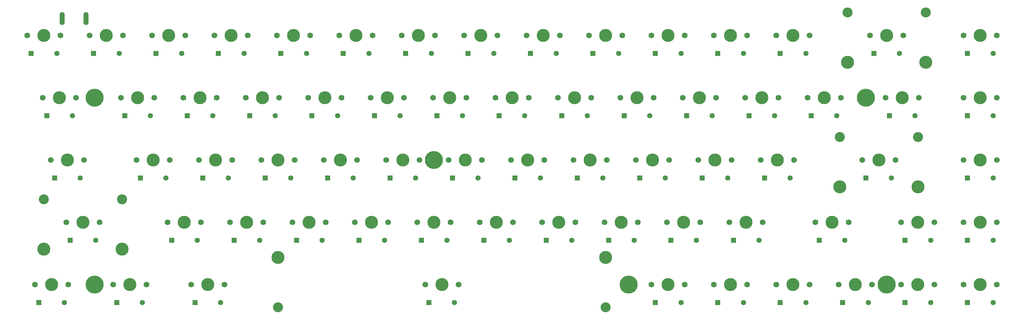
<source format=gts>
G04 #@! TF.GenerationSoftware,KiCad,Pcbnew,(5.1.9-1-g591a07d2d9)-1*
G04 #@! TF.CreationDate,2021-07-12T22:14:49-06:00*
G04 #@! TF.ProjectId,keyboard-layout,6b657962-6f61-4726-942d-6c61796f7574,rev?*
G04 #@! TF.SameCoordinates,Original*
G04 #@! TF.FileFunction,Soldermask,Top*
G04 #@! TF.FilePolarity,Negative*
%FSLAX46Y46*%
G04 Gerber Fmt 4.6, Leading zero omitted, Abs format (unit mm)*
G04 Created by KiCad (PCBNEW (5.1.9-1-g591a07d2d9)-1) date 2021-07-12 22:14:49*
%MOMM*%
%LPD*%
G01*
G04 APERTURE LIST*
%ADD10C,1.750000*%
%ADD11C,3.987800*%
%ADD12C,3.048000*%
%ADD13C,1.600000*%
%ADD14R,1.600000X1.600000*%
%ADD15O,1.500000X4.000000*%
%ADD16C,5.500000*%
G04 APERTURE END LIST*
D10*
X158430000Y-48575000D03*
X148270000Y-48575000D03*
D11*
X153350000Y-48575000D03*
X200969488Y-97470000D03*
X100969688Y-97470000D03*
D12*
X200969488Y-112710000D03*
X100969688Y-112710000D03*
D10*
X156049588Y-105725000D03*
X145889588Y-105725000D03*
D11*
X150969588Y-105725000D03*
D10*
X84611250Y-105725000D03*
X74451250Y-105725000D03*
D11*
X79531250Y-105725000D03*
X53369250Y-94930000D03*
X29493250Y-94930000D03*
D12*
X53369250Y-79690000D03*
X29493250Y-79690000D03*
D10*
X46511250Y-86675000D03*
X36351250Y-86675000D03*
D11*
X41431250Y-86675000D03*
D10*
X272730000Y-48575000D03*
X262570000Y-48575000D03*
D11*
X267650000Y-48575000D03*
D10*
X96517500Y-86675000D03*
X86357500Y-86675000D03*
D11*
X91437500Y-86675000D03*
D10*
X63180000Y-48575000D03*
X53020000Y-48575000D03*
D11*
X58100000Y-48575000D03*
D10*
X34605000Y-29525000D03*
X24445000Y-29525000D03*
D11*
X29525000Y-29525000D03*
D10*
X296542500Y-48575000D03*
X286382500Y-48575000D03*
D11*
X291462500Y-48575000D03*
D10*
X115567500Y-86675000D03*
X105407500Y-86675000D03*
D11*
X110487500Y-86675000D03*
D13*
X83450000Y-111250000D03*
D14*
X75650000Y-111250000D03*
D10*
X82230000Y-48575000D03*
X72070000Y-48575000D03*
D11*
X77150000Y-48575000D03*
D10*
X225105000Y-29525000D03*
X214945000Y-29525000D03*
D11*
X220025000Y-29525000D03*
D10*
X196530000Y-48575000D03*
X186370000Y-48575000D03*
D11*
X191450000Y-48575000D03*
D10*
X39367500Y-48575000D03*
X29207500Y-48575000D03*
D11*
X34287500Y-48575000D03*
D10*
X77467500Y-86675000D03*
X67307500Y-86675000D03*
D11*
X72387500Y-86675000D03*
D10*
X60798750Y-105725000D03*
X50638750Y-105725000D03*
D11*
X55718750Y-105725000D03*
D10*
X134617500Y-86675000D03*
X124457500Y-86675000D03*
D11*
X129537500Y-86675000D03*
D10*
X301305000Y-86675000D03*
X291145000Y-86675000D03*
D11*
X296225000Y-86675000D03*
D10*
X177480000Y-48575000D03*
X167320000Y-48575000D03*
D11*
X172400000Y-48575000D03*
D10*
X139380000Y-48575000D03*
X129220000Y-48575000D03*
D11*
X134300000Y-48575000D03*
D10*
X248917500Y-86675000D03*
X238757500Y-86675000D03*
D11*
X243837500Y-86675000D03*
D10*
X275111250Y-86675000D03*
X264951250Y-86675000D03*
D11*
X270031250Y-86675000D03*
D10*
X239392500Y-67625000D03*
X229232500Y-67625000D03*
D11*
X234312500Y-67625000D03*
D10*
X86992500Y-67625000D03*
X76832500Y-67625000D03*
D11*
X81912500Y-67625000D03*
D10*
X320355000Y-105725000D03*
X310195000Y-105725000D03*
D11*
X315275000Y-105725000D03*
D10*
X120330000Y-48575000D03*
X110170000Y-48575000D03*
D11*
X115250000Y-48575000D03*
D10*
X258442500Y-67625000D03*
X248282500Y-67625000D03*
D11*
X253362500Y-67625000D03*
D10*
X320355000Y-67625000D03*
X310195000Y-67625000D03*
D11*
X315275000Y-67625000D03*
D10*
X320355000Y-86675000D03*
X310195000Y-86675000D03*
D11*
X315275000Y-86675000D03*
D10*
X234630000Y-48575000D03*
X224470000Y-48575000D03*
D11*
X229550000Y-48575000D03*
D10*
X215580000Y-48575000D03*
X205420000Y-48575000D03*
D11*
X210500000Y-48575000D03*
D10*
X172717500Y-86675000D03*
X162557500Y-86675000D03*
D11*
X167637500Y-86675000D03*
D10*
X244155000Y-29525000D03*
X233995000Y-29525000D03*
D11*
X239075000Y-29525000D03*
D10*
X191767500Y-86675000D03*
X181607500Y-86675000D03*
D11*
X186687500Y-86675000D03*
D10*
X282255000Y-105725000D03*
X272095000Y-105725000D03*
D11*
X277175000Y-105725000D03*
D10*
X220342500Y-67625000D03*
X210182500Y-67625000D03*
D11*
X215262500Y-67625000D03*
D10*
X201292500Y-67625000D03*
X191132500Y-67625000D03*
D11*
X196212500Y-67625000D03*
D10*
X182242500Y-67625000D03*
X172082500Y-67625000D03*
D11*
X177162500Y-67625000D03*
D10*
X163192500Y-67625000D03*
X153032500Y-67625000D03*
D11*
X158112500Y-67625000D03*
D10*
X144142500Y-67625000D03*
X133982500Y-67625000D03*
D11*
X139062500Y-67625000D03*
D10*
X244155000Y-105725000D03*
X233995000Y-105725000D03*
D11*
X239075000Y-105725000D03*
D10*
X125092500Y-67625000D03*
X114932500Y-67625000D03*
D11*
X120012500Y-67625000D03*
D10*
X263205000Y-29525000D03*
X253045000Y-29525000D03*
D11*
X258125000Y-29525000D03*
X296256750Y-75880000D03*
X272380750Y-75880000D03*
D12*
X296256750Y-60640000D03*
X272380750Y-60640000D03*
D10*
X289398750Y-67625000D03*
X279238750Y-67625000D03*
D11*
X284318750Y-67625000D03*
D10*
X101280000Y-48575000D03*
X91120000Y-48575000D03*
D11*
X96200000Y-48575000D03*
D10*
X301305000Y-105725000D03*
X291145000Y-105725000D03*
D11*
X296225000Y-105725000D03*
D10*
X229867500Y-86675000D03*
X219707500Y-86675000D03*
D11*
X224787500Y-86675000D03*
D10*
X320355000Y-48575000D03*
X310195000Y-48575000D03*
D11*
X315275000Y-48575000D03*
D10*
X106042500Y-67625000D03*
X95882500Y-67625000D03*
D11*
X100962500Y-67625000D03*
D10*
X36986250Y-105725000D03*
X26826250Y-105725000D03*
D11*
X31906250Y-105725000D03*
D10*
X263205000Y-105725000D03*
X253045000Y-105725000D03*
D11*
X258125000Y-105725000D03*
D10*
X210817500Y-86675000D03*
X200657500Y-86675000D03*
D11*
X205737500Y-86675000D03*
D10*
X41748750Y-67625000D03*
X31588750Y-67625000D03*
D11*
X36668750Y-67625000D03*
X298638000Y-37780000D03*
X274762000Y-37780000D03*
D12*
X298638000Y-22540000D03*
X274762000Y-22540000D03*
D10*
X291780000Y-29525000D03*
X281620000Y-29525000D03*
D11*
X286700000Y-29525000D03*
D10*
X153667500Y-86675000D03*
X143507500Y-86675000D03*
D11*
X148587500Y-86675000D03*
D10*
X225105000Y-105725000D03*
X214945000Y-105725000D03*
D11*
X220025000Y-105725000D03*
D10*
X67942500Y-67625000D03*
X57782500Y-67625000D03*
D11*
X62862500Y-67625000D03*
D10*
X320355000Y-29525000D03*
X310195000Y-29525000D03*
D11*
X315275000Y-29525000D03*
D10*
X253680000Y-48575000D03*
X243520000Y-48575000D03*
D11*
X248600000Y-48575000D03*
D10*
X206055000Y-29525000D03*
X195895000Y-29525000D03*
D11*
X200975000Y-29525000D03*
D10*
X187005000Y-29525000D03*
X176845000Y-29525000D03*
D11*
X181925000Y-29525000D03*
D10*
X167955000Y-29525000D03*
X157795000Y-29525000D03*
D11*
X162875000Y-29525000D03*
D10*
X148905000Y-29525000D03*
X138745000Y-29525000D03*
D11*
X143825000Y-29525000D03*
D10*
X129855000Y-29525000D03*
X119695000Y-29525000D03*
D11*
X124775000Y-29525000D03*
D10*
X110805000Y-29525000D03*
X100645000Y-29525000D03*
D11*
X105725000Y-29525000D03*
X86675000Y-29525000D03*
D10*
X81595000Y-29525000D03*
X91755000Y-29525000D03*
X72705000Y-29525000D03*
X62545000Y-29525000D03*
D11*
X67625000Y-29525000D03*
D10*
X53655000Y-29525000D03*
X43495000Y-29525000D03*
D11*
X48575000Y-29525000D03*
D13*
X76300000Y-92200000D03*
D14*
X68500000Y-92200000D03*
D13*
X157250000Y-54100000D03*
D14*
X149450000Y-54100000D03*
D13*
X95350000Y-92200000D03*
D14*
X87550000Y-92200000D03*
D13*
X59600000Y-111250000D03*
D14*
X51800000Y-111250000D03*
D13*
X81050000Y-54100000D03*
D14*
X73250000Y-54100000D03*
D13*
X133450000Y-92200000D03*
D14*
X125650000Y-92200000D03*
D13*
X300150000Y-92200000D03*
D14*
X292350000Y-92200000D03*
D13*
X176250000Y-54100000D03*
D14*
X168450000Y-54100000D03*
D13*
X38200000Y-54100000D03*
D14*
X30400000Y-54100000D03*
D13*
X138225000Y-54100000D03*
D14*
X130425000Y-54100000D03*
D13*
X247750000Y-92200000D03*
D14*
X239950000Y-92200000D03*
D13*
X45350000Y-92200000D03*
D14*
X37550000Y-92200000D03*
D13*
X273950000Y-92200000D03*
D14*
X266150000Y-92200000D03*
D13*
X238200000Y-73150000D03*
D14*
X230400000Y-73150000D03*
D13*
X85800000Y-73150000D03*
D14*
X78000000Y-73150000D03*
D13*
X319200000Y-111250000D03*
D14*
X311400000Y-111250000D03*
D13*
X119125000Y-54100000D03*
D14*
X111325000Y-54100000D03*
D13*
X257250000Y-73150000D03*
D14*
X249450000Y-73150000D03*
D13*
X62000000Y-54100000D03*
D14*
X54200000Y-54100000D03*
D13*
X319200000Y-73150000D03*
D14*
X311400000Y-73150000D03*
D13*
X319200000Y-92200000D03*
D14*
X311400000Y-92200000D03*
D13*
X233450000Y-54100000D03*
D14*
X225650000Y-54100000D03*
D13*
X214400000Y-54100000D03*
D14*
X206600000Y-54100000D03*
D13*
X171550000Y-92200000D03*
D14*
X163750000Y-92200000D03*
D13*
X243000000Y-35050000D03*
D14*
X235200000Y-35050000D03*
D13*
X190600000Y-92200000D03*
D14*
X182800000Y-92200000D03*
D13*
X281100000Y-111250000D03*
D14*
X273300000Y-111250000D03*
D13*
X219150000Y-73150000D03*
D14*
X211350000Y-73150000D03*
D13*
X200100000Y-73150000D03*
D14*
X192300000Y-73150000D03*
D13*
X181050000Y-73150000D03*
D14*
X173250000Y-73150000D03*
D13*
X195350000Y-54100000D03*
D14*
X187550000Y-54100000D03*
D13*
X162000000Y-73150000D03*
D14*
X154200000Y-73150000D03*
D13*
X142950000Y-73150000D03*
D14*
X135150000Y-73150000D03*
D13*
X243000000Y-111250000D03*
D14*
X235200000Y-111250000D03*
D13*
X123900000Y-73150000D03*
D14*
X116100000Y-73150000D03*
D13*
X33450000Y-35050000D03*
D14*
X25650000Y-35050000D03*
D13*
X262050000Y-35050000D03*
D14*
X254250000Y-35050000D03*
D13*
X288200000Y-73150000D03*
D14*
X280400000Y-73150000D03*
D13*
X100100000Y-54100000D03*
D14*
X92300000Y-54100000D03*
D13*
X300150000Y-111250000D03*
D14*
X292350000Y-111250000D03*
D13*
X228650000Y-92200000D03*
D14*
X220850000Y-92200000D03*
D13*
X319200000Y-54100000D03*
D14*
X311400000Y-54100000D03*
D13*
X104850000Y-73150000D03*
D14*
X97050000Y-73150000D03*
D13*
X35800000Y-111250000D03*
D14*
X28000000Y-111250000D03*
D13*
X262050000Y-111250000D03*
D14*
X254250000Y-111250000D03*
D13*
X209650000Y-92200000D03*
D14*
X201850000Y-92200000D03*
D13*
X40590000Y-73150000D03*
D14*
X32790000Y-73150000D03*
D13*
X114400000Y-92200000D03*
D14*
X106600000Y-92200000D03*
D13*
X295350000Y-54100000D03*
D14*
X287550000Y-54100000D03*
D13*
X290600000Y-35050000D03*
D14*
X282800000Y-35050000D03*
D13*
X152500000Y-92200000D03*
D14*
X144700000Y-92200000D03*
D13*
X223950000Y-111250000D03*
D14*
X216150000Y-111250000D03*
D13*
X66750000Y-73150000D03*
D14*
X58950000Y-73150000D03*
D13*
X319200000Y-35050000D03*
D14*
X311400000Y-35050000D03*
D13*
X271500000Y-54100000D03*
D14*
X263700000Y-54100000D03*
D13*
X252500000Y-54100000D03*
D14*
X244700000Y-54100000D03*
D13*
X204900000Y-35050000D03*
D14*
X197100000Y-35050000D03*
D13*
X185850000Y-35050000D03*
D14*
X178050000Y-35050000D03*
D13*
X166800000Y-35050000D03*
D14*
X159000000Y-35050000D03*
D13*
X147750000Y-35050000D03*
D14*
X139950000Y-35050000D03*
D13*
X128700000Y-35050000D03*
D14*
X120900000Y-35050000D03*
D13*
X109650000Y-35050000D03*
D14*
X101850000Y-35050000D03*
D13*
X90600000Y-35050000D03*
D14*
X82800000Y-35050000D03*
D13*
X71550000Y-35050000D03*
D14*
X63750000Y-35050000D03*
D13*
X52500000Y-35050000D03*
D14*
X44700000Y-35050000D03*
D13*
X223950000Y-35050000D03*
D14*
X216150000Y-35050000D03*
D15*
X35070000Y-24350000D03*
X42370000Y-24350000D03*
D14*
X147050000Y-111250000D03*
D13*
X154850000Y-111250000D03*
D16*
X45000000Y-48575000D03*
X45000000Y-105715000D03*
X148582499Y-67600000D03*
X207972500Y-105722500D03*
X280400000Y-48600000D03*
X286712500Y-105722500D03*
M02*

</source>
